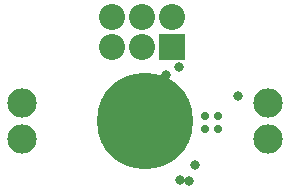
<source format=gts>
G04 Layer_Color=20142*
%FSLAX24Y24*%
%MOIN*%
G70*
G01*
G75*
%ADD28C,0.3200*%
%ADD29C,0.0867*%
%ADD30R,0.0867X0.0867*%
%ADD31C,0.0980*%
%ADD32C,0.0316*%
%ADD33C,0.0277*%
D28*
X23622Y23622D02*
D03*
D29*
X24543Y27075D02*
D03*
X23543Y26075D02*
D03*
Y27075D02*
D03*
X22543D02*
D03*
Y26075D02*
D03*
D30*
X24543D02*
D03*
D31*
X19522Y24222D02*
D03*
Y23022D02*
D03*
X27722D02*
D03*
Y24222D02*
D03*
D32*
X24345Y25148D02*
D03*
X24790Y21670D02*
D03*
X25118Y21630D02*
D03*
X26730Y24470D02*
D03*
X25310Y22150D02*
D03*
X24781Y25435D02*
D03*
D33*
X25650Y23366D02*
D03*
X26083D02*
D03*
X25650Y23799D02*
D03*
X26083D02*
D03*
M02*

</source>
